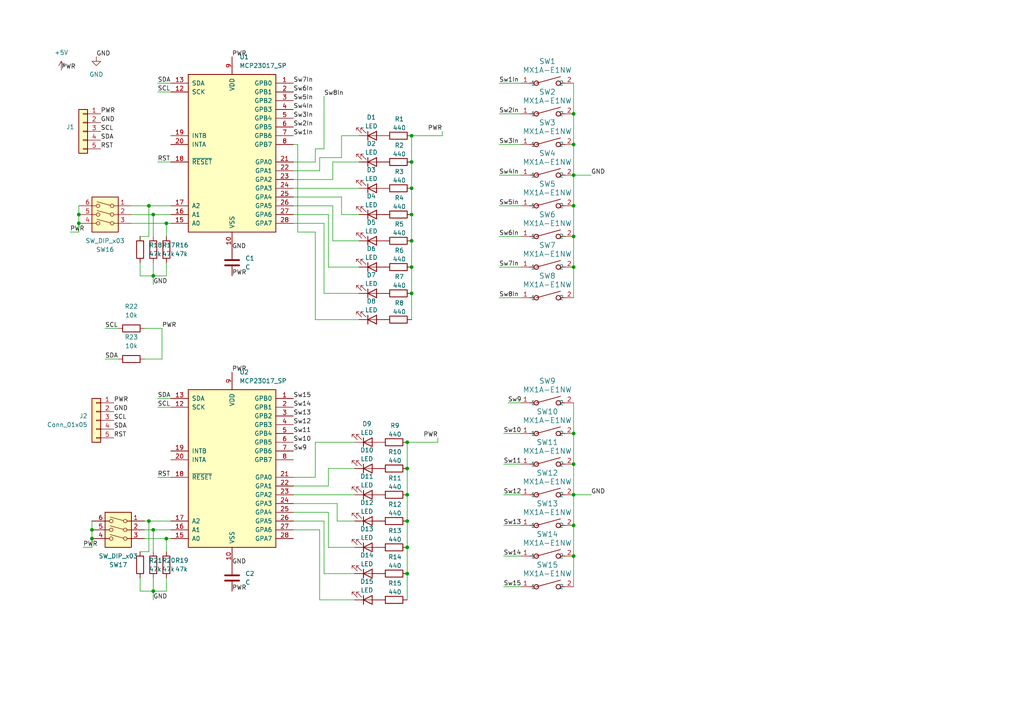
<source format=kicad_sch>
(kicad_sch (version 20250114) (generator "eeschema") (generator_version "9.0")
  (paper "A4")
  (lib_symbols
    (symbol "2025-11-28_07-55-47:MX1A-E1NW" (pin_names (offset 0.254))
      (property "Reference" "SW" (at 7.62 3.81 0))
      (property "Value" "MX1A-E1NW" (at 0 0 0))
      (symbol "MX1A-E1NW_0_1"
        (polyline (pts (xy 2.54 0) (xy 3.81 0)) (stroke (width 0.2032)))
        (polyline (pts (xy 4.445 0) (xy 11.43 1.905)) (stroke (width 0.2032)))
        (circle (center 4.445 0) (radius 0.635) (stroke (width 0.254)))
        (circle (center 10.795 0) (radius 0.635) (stroke (width 0.254)))
        (polyline (pts (xy 12.7 0) (xy 11.43 0)) (stroke (width 0.2032)))
        (pin unspecified line (at 0 0 0) (length 2.54) (name "1") (number "1"))
        (pin unspecified line (at 15.24 0 180) (length 2.54) (name "2") (number "2"))
      )
    )
    (symbol "Connector_Generic:Conn_01x05" (pin_names (offset 1.016) (hide yes))
      (property "Reference" "J" (at 0 7.62 0))
      (property "Value" "Conn_01x05" (at 0 -7.62 0))
      (symbol "Conn_01x05_1_1"
        (rectangle (start -1.27 6.35) (end 1.27 -6.35) (stroke (width 0.254)) (fill (type background)))
        (rectangle (start -1.27 5.207) (end 0 4.953) (stroke (width 0.1524)))
        (rectangle (start -1.27 2.667) (end 0 2.413) (stroke (width 0.1524)))
        (rectangle (start -1.27 0.127) (end 0 -0.127) (stroke (width 0.1524)))
        (rectangle (start -1.27 -2.413) (end 0 -2.667) (stroke (width 0.1524)))
        (rectangle (start -1.27 -4.953) (end 0 -5.207) (stroke (width 0.1524)))
        (pin passive line (at -5.08 5.08 0) (length 3.81) (name "Pin_1") (number "1"))
        (pin passive line (at -5.08 2.54 0) (length 3.81) (name "Pin_2") (number "2"))
        (pin passive line (at -5.08 0 0) (length 3.81) (name "Pin_3") (number "3"))
        (pin passive line (at -5.08 -2.54 0) (length 3.81) (name "Pin_4") (number "4"))
        (pin passive line (at -5.08 -5.08 0) (length 3.81) (name "Pin_5") (number "5"))
      )
    )
    (symbol "Device:C" (pin_numbers (hide yes)) (pin_names (offset 0.254))
      (property "Reference" "C" (at 0.635 2.54 0))
      (property "Value" "C" (at 0.635 -2.54 0))
      (symbol "C_0_1"
        (polyline (pts (xy -2.032 0.762) (xy 2.032 0.762)) (stroke (width 0.508)))
        (polyline (pts (xy -2.032 -0.762) (xy 2.032 -0.762)) (stroke (width 0.508)))
      )
      (symbol "C_1_1"
        (pin passive line (at 0 3.81 270) (length 2.794) (name "~") (number "1"))
        (pin passive line (at 0 -3.81 90) (length 2.794) (name "~") (number "2"))
      )
    )
    (symbol "Device:LED" (pin_numbers (hide yes)) (pin_names (offset 1.016) (hide yes))
      (property "Reference" "D" (at 0 2.54 0))
      (property "Value" "LED" (at 0 -2.54 0))
      (symbol "LED_0_1"
        (polyline (pts (xy -3.048 -0.762) (xy -4.572 -2.286) (xy -3.81 -2.286) (xy -4.572 -2.286) (xy -4.572 -1.524)))
        (polyline (pts (xy -1.778 -0.762) (xy -3.302 -2.286) (xy -2.54 -2.286) (xy -3.302 -2.286) (xy -3.302 -1.524)))
        (polyline (pts (xy -1.27 0) (xy 1.27 0)))
        (polyline (pts (xy -1.27 -1.27) (xy -1.27 1.27)) (stroke (width 0.254)))
        (polyline (pts (xy 1.27 -1.27) (xy 1.27 1.27) (xy -1.27 0) (xy 1.27 -1.27)) (stroke (width 0.254)))
      )
      (symbol "LED_1_1"
        (pin passive line (at -3.81 0 0) (length 2.54) (name "K") (number "1"))
        (pin passive line (at 3.81 0 180) (length 2.54) (name "A") (number "2"))
      )
    )
    (symbol "Device:R" (pin_numbers (hide yes)) (pin_names (offset 0))
      (property "Reference" "R" (at 2.032 0 90))
      (property "Value" "R" (at 0 0 90))
      (symbol "R_0_1"
        (rectangle (start -1.016 -2.54) (end 1.016 2.54) (stroke (width 0.254)))
      )
      (symbol "R_1_1"
        (pin passive line (at 0 3.81 270) (length 1.27) (name "~") (number "1"))
        (pin passive line (at 0 -3.81 90) (length 1.27) (name "~") (number "2"))
      )
    )
    (symbol "Interface_Expansion:MCP23017_SP" (pin_names (offset 1.016))
      (property "Reference" "U" (at -11.43 24.13 0))
      (property "Value" "MCP23017_SP" (at 0 0 0))
      (symbol "MCP23017_SP_0_1"
        (rectangle (start -12.7 22.86) (end 12.7 -22.86) (stroke (width 0.254)) (fill (type background)))
      )
      (symbol "MCP23017_SP_1_1"
        (pin bidirectional line (at -17.78 20.32 0) (length 5.08) (name "SDA") (number "13"))
        (pin input line (at -17.78 17.78 0) (length 5.08) (name "SCK") (number "12"))
        (pin tri_state line (at -17.78 5.08 0) (length 5.08) (name "INTB") (number "19"))
        (pin tri_state line (at -17.78 2.54 0) (length 5.08) (name "INTA") (number "20"))
        (pin input line (at -17.78 -2.54 0) (length 5.08) (name "~{RESET}") (number "18"))
        (pin input line (at -17.78 -15.24 0) (length 5.08) (name "A2") (number "17"))
        (pin input line (at -17.78 -17.78 0) (length 5.08) (name "A1") (number "16"))
        (pin input line (at -17.78 -20.32 0) (length 5.08) (name "A0") (number "15"))
        (pin no_connect line (at -12.7 15.24 0) (length 5.08) (hide yes) (name "NC") (number "11"))
        (pin no_connect line (at -12.7 12.7 0) (length 5.08) (hide yes) (name "NC") (number "14"))
        (pin power_in line (at 0 27.94 270) (length 5.08) (name "VDD") (number "9"))
        (pin power_in line (at 0 -27.94 90) (length 5.08) (name "VSS") (number "10"))
        (pin bidirectional line (at 17.78 20.32 180) (length 5.08) (name "GPB0") (number "1"))
        (pin bidirectional line (at 17.78 17.78 180) (length 5.08) (name "GPB1") (number "2"))
        (pin bidirectional line (at 17.78 15.24 180) (length 5.08) (name "GPB2") (number "3"))
        (pin bidirectional line (at 17.78 12.7 180) (length 5.08) (name "GPB3") (number "4"))
        (pin bidirectional line (at 17.78 10.16 180) (length 5.08) (name "GPB4") (number "5"))
        (pin bidirectional line (at 17.78 7.62 180) (length 5.08) (name "GPB5") (number "6"))
        (pin bidirectional line (at 17.78 5.08 180) (length 5.08) (name "GPB6") (number "7"))
        (pin output line (at 17.78 2.54 180) (length 5.08) (name "GPB7") (number "8"))
        (pin bidirectional line (at 17.78 -2.54 180) (length 5.08) (name "GPA0") (number "21"))
        (pin bidirectional line (at 17.78 -5.08 180) (length 5.08) (name "GPA1") (number "22"))
        (pin bidirectional line (at 17.78 -7.62 180) (length 5.08) (name "GPA2") (number "23"))
        (pin bidirectional line (at 17.78 -10.16 180) (length 5.08) (name "GPA3") (number "24"))
        (pin bidirectional line (at 17.78 -12.7 180) (length 5.08) (name "GPA4") (number "25"))
        (pin bidirectional line (at 17.78 -15.24 180) (length 5.08) (name "GPA5") (number "26"))
        (pin bidirectional line (at 17.78 -17.78 180) (length 5.08) (name "GPA6") (number "27"))
        (pin output line (at 17.78 -20.32 180) (length 5.08) (name "GPA7") (number "28"))
      )
    )
    (symbol "Switch:SW_DIP_x03" (pin_names (offset 0) (hide yes))
      (property "Reference" "SW" (at 0 6.35 0))
      (property "Value" "SW_DIP_x03" (at 0 -6.35 0))
      (symbol "SW_DIP_x03_0_0"
        (circle (center -2.032 2.54) (radius 0.508))
        (circle (center -2.032 0) (radius 0.508))
        (circle (center -2.032 -2.54) (radius 0.508))
        (polyline (pts (xy -1.524 2.667) (xy 2.3622 3.7084)))
        (polyline (pts (xy -1.524 0.127) (xy 2.3622 1.1684)))
        (polyline (pts (xy -1.524 -2.413) (xy 2.3622 -1.3716)))
        (circle (center 2.032 2.54) (radius 0.508))
        (circle (center 2.032 0) (radius 0.508))
        (circle (center 2.032 -2.54) (radius 0.508))
      )
      (symbol "SW_DIP_x03_0_1"
        (rectangle (start -3.81 5.08) (end 3.81 -5.08) (stroke (width 0.254)) (fill (type background)))
      )
      (symbol "SW_DIP_x03_1_1"
        (pin passive line (at -7.62 2.54 0) (length 5.08) (name "~") (number "1"))
        (pin passive line (at -7.62 0 0) (length 5.08) (name "~") (number "2"))
        (pin passive line (at -7.62 -2.54 0) (length 5.08) (name "~") (number "3"))
        (pin passive line (at 7.62 2.54 180) (length 5.08) (name "~") (number "6"))
        (pin passive line (at 7.62 0 180) (length 5.08) (name "~") (number "5"))
        (pin passive line (at 7.62 -2.54 180) (length 5.08) (name "~") (number "4"))
      )
    )
    (symbol "power:+5V" (power) (pin_numbers (hide yes)) (pin_names (offset 0) (hide yes))
      (property "Value" "+5V" (at 0 3.556 0))
      (symbol "+5V_0_1"
        (polyline (pts (xy -0.762 1.27) (xy 0 2.54)))
        (polyline (pts (xy 0 2.54) (xy 0.762 1.27)))
        (polyline (pts (xy 0 0) (xy 0 2.54)))
      )
      (symbol "+5V_1_1"
        (pin power_in line (at 0 0 90) (length 0) (name "~") (number "1"))
      )
    )
    (symbol "power:GND" (power) (pin_numbers (hide yes)) (pin_names (offset 0) (hide yes))
      (property "Value" "GND" (at 0 -3.81 0))
      (symbol "GND_0_1"
        (polyline (pts (xy 0 0) (xy 0 -1.27) (xy 1.27 -1.27) (xy 0 -2.54) (xy -1.27 -1.27) (xy 0 -1.27)))
      )
      (symbol "GND_1_1"
        (pin power_in line (at 0 0 270) (length 0) (name "~") (number "1"))
      )
    )
  )
  (junction (at 44.45 171.45))
  (junction (at 26.67 156.21))
  (junction (at 166.37 33.02))
  (junction (at 118.11 135.89))
  (junction (at 44.45 153.67))
  (junction (at 44.45 62.23))
  (junction (at 119.38 69.85))
  (junction (at 166.37 68.58))
  (junction (at 166.37 152.4))
  (junction (at 119.38 62.23))
  (junction (at 119.38 54.61))
  (junction (at 166.37 143.51))
  (junction (at 26.67 153.67))
  (junction (at 44.45 80.01))
  (junction (at 118.11 158.75))
  (junction (at 119.38 77.47))
  (junction (at 166.37 50.8))
  (junction (at 22.86 62.23))
  (junction (at 118.11 128.27))
  (junction (at 166.37 161.29))
  (junction (at 166.37 59.69))
  (junction (at 166.37 41.91))
  (junction (at 43.18 59.69))
  (junction (at 48.26 64.77))
  (junction (at 118.11 151.13))
  (junction (at 22.86 64.77))
  (junction (at 118.11 166.37))
  (junction (at 119.38 85.09))
  (junction (at 118.11 143.51))
  (junction (at 48.26 156.21))
  (junction (at 119.38 39.37))
  (junction (at 43.18 151.13))
  (junction (at 166.37 134.62))
  (junction (at 166.37 77.47))
  (junction (at 119.38 46.99))
  (junction (at 166.37 125.73))
  (wire (pts (xy 96.52 69.85) (xy 104.14 69.85)))
  (wire (pts (xy 96.52 59.69) (xy 96.52 69.85)))
  (wire (pts (xy 40.64 76.2) (xy 40.64 80.01)))
  (wire (pts (xy 144.78 86.36) (xy 151.13 86.36)))
  (wire (pts (xy 93.98 85.09) (xy 104.14 85.09)))
  (wire (pts (xy 85.09 153.67) (xy 92.71 153.67)))
  (wire (pts (xy 144.78 24.13) (xy 151.13 24.13)))
  (wire (pts (xy 49.53 156.21) (xy 48.26 156.21)))
  (wire (pts (xy 166.37 116.84) (xy 166.37 125.73)))
  (wire (pts (xy 44.45 153.67) (xy 44.45 160.02)))
  (wire (pts (xy 118.11 151.13) (xy 118.11 158.75)))
  (wire (pts (xy 85.09 41.91) (xy 86.36 41.91)))
  (wire (pts (xy 95.25 62.23) (xy 95.25 77.47)))
  (wire (pts (xy 144.78 68.58) (xy 151.13 68.58)))
  (wire (pts (xy 119.38 54.61) (xy 119.38 62.23)))
  (wire (pts (xy 119.38 46.99) (xy 119.38 54.61)))
  (wire (pts (xy 146.05 134.62) (xy 151.13 134.62)))
  (wire (pts (xy 166.37 50.8) (xy 166.37 59.69)))
  (wire (pts (xy 118.11 158.75) (xy 118.11 166.37)))
  (wire (pts (xy 95.25 140.97) (xy 95.25 135.89)))
  (wire (pts (xy 46.99 95.25) (xy 46.99 104.14)))
  (wire (pts (xy 45.72 24.13) (xy 49.53 24.13)))
  (wire (pts (xy 119.38 77.47) (xy 119.38 85.09)))
  (wire (pts (xy 43.18 68.58) (xy 40.64 68.58)))
  (wire (pts (xy 91.44 128.27) (xy 102.87 128.27)))
  (wire (pts (xy 146.05 152.4) (xy 151.13 152.4)))
  (wire (pts (xy 46.99 104.14) (xy 41.91 104.14)))
  (wire (pts (xy 85.09 138.43) (xy 91.44 138.43)))
  (wire (pts (xy 85.09 151.13) (xy 93.98 151.13)))
  (wire (pts (xy 45.72 118.11) (xy 49.53 118.11)))
  (wire (pts (xy 144.78 33.02) (xy 151.13 33.02)))
  (wire (pts (xy 99.06 45.72) (xy 92.71 45.72)))
  (wire (pts (xy 119.38 85.09) (xy 119.38 92.71)))
  (wire (pts (xy 26.67 153.67) (xy 26.67 151.13)))
  (wire (pts (xy 95.25 158.75) (xy 102.87 158.75)))
  (wire (pts (xy 127 127) (xy 127 128.27)))
  (wire (pts (xy 166.37 77.47) (xy 166.37 86.36)))
  (wire (pts (xy 22.86 67.31) (xy 22.86 64.77)))
  (wire (pts (xy 93.98 151.13) (xy 93.98 166.37)))
  (wire (pts (xy 86.36 67.31) (xy 91.44 67.31)))
  (wire (pts (xy 93.98 64.77) (xy 93.98 85.09)))
  (wire (pts (xy 166.37 33.02) (xy 166.37 41.91)))
  (wire (pts (xy 144.78 77.47) (xy 151.13 77.47)))
  (wire (pts (xy 92.71 45.72) (xy 92.71 49.53)))
  (wire (pts (xy 104.14 39.37) (xy 99.06 39.37)))
  (wire (pts (xy 166.37 50.8) (xy 171.45 50.8)))
  (wire (pts (xy 85.09 52.07) (xy 96.52 52.07)))
  (wire (pts (xy 49.53 64.77) (xy 48.26 64.77)))
  (wire (pts (xy 144.78 41.91) (xy 151.13 41.91)))
  (wire (pts (xy 49.53 153.67) (xy 44.45 153.67)))
  (wire (pts (xy 166.37 125.73) (xy 166.37 134.62)))
  (wire (pts (xy 99.06 39.37) (xy 99.06 45.72)))
  (wire (pts (xy 144.78 59.69) (xy 151.13 59.69)))
  (wire (pts (xy 45.72 26.67) (xy 49.53 26.67)))
  (wire (pts (xy 166.37 143.51) (xy 166.37 152.4)))
  (wire (pts (xy 119.38 39.37) (xy 119.38 46.99)))
  (wire (pts (xy 48.26 167.64) (xy 48.26 171.45)))
  (wire (pts (xy 146.05 125.73) (xy 151.13 125.73)))
  (wire (pts (xy 49.53 59.69) (xy 43.18 59.69)))
  (wire (pts (xy 96.52 52.07) (xy 96.52 46.99)))
  (wire (pts (xy 99.06 62.23) (xy 104.14 62.23)))
  (wire (pts (xy 147.32 116.84) (xy 151.13 116.84)))
  (wire (pts (xy 91.44 43.18) (xy 93.98 43.18)))
  (wire (pts (xy 166.37 161.29) (xy 166.37 170.18)))
  (wire (pts (xy 45.72 46.99) (xy 49.53 46.99)))
  (wire (pts (xy 41.91 151.13) (xy 43.18 151.13)))
  (wire (pts (xy 38.1 59.69) (xy 43.18 59.69)))
  (wire (pts (xy 30.48 104.14) (xy 34.29 104.14)))
  (wire (pts (xy 95.25 148.59) (xy 95.25 158.75)))
  (wire (pts (xy 38.1 64.77) (xy 48.26 64.77)))
  (wire (pts (xy 93.98 166.37) (xy 102.87 166.37)))
  (wire (pts (xy 146.05 170.18) (xy 151.13 170.18)))
  (wire (pts (xy 44.45 62.23) (xy 44.45 68.58)))
  (wire (pts (xy 119.38 69.85) (xy 119.38 77.47)))
  (wire (pts (xy 144.78 50.8) (xy 151.13 50.8)))
  (wire (pts (xy 44.45 76.2) (xy 44.45 80.01)))
  (wire (pts (xy 85.09 140.97) (xy 95.25 140.97)))
  (wire (pts (xy 166.37 41.91) (xy 166.37 50.8)))
  (wire (pts (xy 95.25 135.89) (xy 102.87 135.89)))
  (wire (pts (xy 92.71 173.99) (xy 102.87 173.99)))
  (wire (pts (xy 20.32 67.31) (xy 22.86 67.31)))
  (wire (pts (xy 146.05 161.29) (xy 151.13 161.29)))
  (wire (pts (xy 43.18 59.69) (xy 43.18 68.58)))
  (wire (pts (xy 91.44 67.31) (xy 91.44 92.71)))
  (wire (pts (xy 48.26 80.01) (xy 44.45 80.01)))
  (wire (pts (xy 44.45 171.45) (xy 48.26 171.45)))
  (wire (pts (xy 85.09 148.59) (xy 95.25 148.59)))
  (wire (pts (xy 85.09 49.53) (xy 92.71 49.53)))
  (wire (pts (xy 22.86 64.77) (xy 22.86 62.23)))
  (wire (pts (xy 97.79 146.05) (xy 97.79 151.13)))
  (wire (pts (xy 91.44 46.99) (xy 91.44 43.18)))
  (wire (pts (xy 128.27 38.1) (xy 128.27 39.37)))
  (wire (pts (xy 40.64 171.45) (xy 44.45 171.45)))
  (wire (pts (xy 96.52 46.99) (xy 104.14 46.99)))
  (wire (pts (xy 22.86 62.23) (xy 22.86 59.69)))
  (wire (pts (xy 85.09 64.77) (xy 93.98 64.77)))
  (wire (pts (xy 40.64 167.64) (xy 40.64 171.45)))
  (wire (pts (xy 97.79 151.13) (xy 102.87 151.13)))
  (wire (pts (xy 118.11 135.89) (xy 118.11 143.51)))
  (wire (pts (xy 118.11 143.51) (xy 118.11 151.13)))
  (wire (pts (xy 85.09 46.99) (xy 91.44 46.99)))
  (wire (pts (xy 24.13 158.75) (xy 26.67 158.75)))
  (wire (pts (xy 166.37 68.58) (xy 166.37 77.47)))
  (wire (pts (xy 45.72 115.57) (xy 49.53 115.57)))
  (wire (pts (xy 91.44 92.71) (xy 104.14 92.71)))
  (wire (pts (xy 44.45 167.64) (xy 44.45 171.45)))
  (wire (pts (xy 41.91 153.67) (xy 44.45 153.67)))
  (wire (pts (xy 85.09 57.15) (xy 99.06 57.15)))
  (wire (pts (xy 38.1 62.23) (xy 44.45 62.23)))
  (wire (pts (xy 43.18 151.13) (xy 43.18 160.02)))
  (wire (pts (xy 119.38 62.23) (xy 119.38 69.85)))
  (wire (pts (xy 166.37 59.69) (xy 166.37 68.58)))
  (wire (pts (xy 166.37 152.4) (xy 166.37 161.29)))
  (wire (pts (xy 85.09 146.05) (xy 97.79 146.05)))
  (wire (pts (xy 48.26 76.2) (xy 48.26 80.01)))
  (wire (pts (xy 26.67 158.75) (xy 26.67 156.21)))
  (wire (pts (xy 166.37 134.62) (xy 166.37 143.51)))
  (wire (pts (xy 30.48 95.25) (xy 34.29 95.25)))
  (wire (pts (xy 128.27 39.37) (xy 119.38 39.37)))
  (wire (pts (xy 95.25 77.47) (xy 104.14 77.47)))
  (wire (pts (xy 93.98 43.18) (xy 93.98 27.94)))
  (wire (pts (xy 92.71 153.67) (xy 92.71 173.99)))
  (wire (pts (xy 118.11 166.37) (xy 118.11 173.99)))
  (wire (pts (xy 48.26 156.21) (xy 48.26 160.02)))
  (wire (pts (xy 48.26 64.77) (xy 48.26 68.58)))
  (wire (pts (xy 146.05 143.51) (xy 151.13 143.51)))
  (wire (pts (xy 85.09 54.61) (xy 104.14 54.61)))
  (wire (pts (xy 99.06 57.15) (xy 99.06 62.23)))
  (wire (pts (xy 41.91 156.21) (xy 48.26 156.21)))
  (wire (pts (xy 127 128.27) (xy 118.11 128.27)))
  (wire (pts (xy 91.44 138.43) (xy 91.44 128.27)))
  (wire (pts (xy 43.18 160.02) (xy 40.64 160.02)))
  (wire (pts (xy 26.67 156.21) (xy 26.67 153.67)))
  (wire (pts (xy 86.36 41.91) (xy 86.36 67.31)))
  (wire (pts (xy 118.11 128.27) (xy 118.11 135.89)))
  (wire (pts (xy 41.91 95.25) (xy 46.99 95.25)))
  (wire (pts (xy 40.64 80.01) (xy 44.45 80.01)))
  (wire (pts (xy 49.53 151.13) (xy 43.18 151.13)))
  (wire (pts (xy 44.45 171.45) (xy 44.45 173.99)))
  (wire (pts (xy 85.09 59.69) (xy 96.52 59.69)))
  (wire (pts (xy 85.09 62.23) (xy 95.25 62.23)))
  (wire (pts (xy 49.53 62.23) (xy 44.45 62.23)))
  (wire (pts (xy 45.72 138.43) (xy 49.53 138.43)))
  (wire (pts (xy 85.09 143.51) (xy 102.87 143.51)))
  (wire (pts (xy 166.37 143.51) (xy 171.45 143.51)))
  (wire (pts (xy 166.37 24.13) (xy 166.37 33.02)))
  (wire (pts (xy 44.45 80.01) (xy 44.45 82.55)))
  (label "GND" (at 27.94 16.51 0))
  (label "SCL" (at 45.72 118.11 0))
  (label "Sw2In" (at 144.78 33.02 0))
  (label "GND" (at 33.02 119.38 0))
  (label "Sw6In" (at 85.09 26.67 0))
  (label "PWR" (at 67.31 107.95 0))
  (label "Sw10" (at 146.05 125.73 0))
  (label "Sw4In" (at 85.09 31.75 0))
  (label "Sw1In" (at 85.09 39.37 0))
  (label "RST" (at 29.21 43.18 0))
  (label "Sw12" (at 85.09 123.19 0))
  (label "SCL" (at 30.48 95.25 0))
  (label "PWR" (at 33.02 116.84 0))
  (label "Sw1In" (at 144.78 24.13 0))
  (label "Sw4In" (at 144.78 50.8 0))
  (label "Sw5In" (at 85.09 29.21 0))
  (label "PWR" (at 29.21 33.02 0))
  (label "Sw8In" (at 144.78 86.36 0))
  (label "GND" (at 29.21 35.56 0))
  (label "PWR" (at 67.31 80.01 0))
  (label "PWR" (at 24.13 158.75 0))
  (label "SDA" (at 45.72 115.57 0))
  (label "Sw9" (at 147.32 116.84 0))
  (label "Sw13" (at 85.09 120.65 0))
  (label "Sw14" (at 146.05 161.29 0))
  (label "SDA" (at 45.72 24.13 0))
  (label "Sw6In" (at 144.78 68.58 0))
  (label "Sw13" (at 146.05 152.4 0))
  (label "PWR" (at 127 127 180))
  (label "Sw2In" (at 85.09 36.83 0))
  (label "Sw8In" (at 93.98 27.94 0))
  (label "Sw15" (at 85.09 115.57 0))
  (label "PWR" (at 67.31 171.45 0))
  (label "SDA" (at 30.48 104.14 0))
  (label "Sw5In" (at 144.78 59.69 0))
  (label "RST" (at 45.72 46.99 0))
  (label "Sw9" (at 85.09 130.81 0))
  (label "Sw3In" (at 85.09 34.29 0))
  (label "Sw7In" (at 85.09 24.13 0))
  (label "SDA" (at 29.21 40.64 0))
  (label "RST" (at 45.72 138.43 0))
  (label "PWR" (at 46.99 95.25 0))
  (label "GND" (at 171.45 143.51 0))
  (label "PWR" (at 17.78 20.32 0))
  (label "SCL" (at 29.21 38.1 0))
  (label "GND" (at 67.31 72.39 0))
  (label "Sw7In" (at 144.78 77.47 0))
  (label "Sw14" (at 85.09 118.11 0))
  (label "SDA" (at 33.02 124.46 0))
  (label "Sw11" (at 146.05 134.62 0))
  (label "PWR" (at 67.31 16.51 0))
  (label "PWR" (at 128.27 38.1 180))
  (label "Sw15" (at 146.05 170.18 0))
  (label "SCL" (at 45.72 26.67 0))
  (label "Sw11" (at 85.09 125.73 0))
  (label "Sw3In" (at 144.78 41.91 0))
  (label "SCL" (at 33.02 121.92 0))
  (label "Sw10" (at 85.09 128.27 0))
  (label "GND" (at 171.45 50.8 0))
  (label "GND" (at 67.31 163.83 0))
  (label "Sw12" (at 146.05 143.51 0))
  (label "GND" (at 44.45 173.99 0))
  (label "GND" (at 44.45 82.55 0))
  (label "PWR" (at 20.32 67.31 0))
  (label "RST" (at 33.02 127 0))
  (symbol (lib_id "Device:R") (at 44.45 163.83 0) (unit 1)
    (property "Reference" "R20" (at 46.99 162.5599 0) (effects (justify left)))
    (property "Value" "47k" (at 46.99 165.0999 0) (effects (justify left)))
    (property "Footprint" "Resistor_THT:R_Axial_DIN0207_L6.3mm_D2.5mm_P7.62mm_Horizontal" (effects (hide yes)))
    (property "Description" "Resistor" (effects (hide yes)))
  )
  (symbol (lib_id "Device:R") (at 38.1 104.14 90) (unit 1)
    (property "Reference" "R23" (at 38.1 97.79 90))
    (property "Value" "10k" (at 38.1 100.33 90))
    (property "Footprint" "Resistor_THT:R_Axial_DIN0207_L6.3mm_D2.5mm_P7.62mm_Horizontal" (effects (hide yes)))
    (property "Description" "Resistor" (effects (hide yes)))
  )
  (symbol (lib_id "Device:LED") (at 107.95 69.85 0) (mirror x) (unit 1)
    (property "Reference" "D5" (at 107.696 64.516 0))
    (property "Value" "LED" (at 107.696 67.056 0))
    (property "Footprint" "LED_THT:LED_D5.0mm" (effects (hide yes)))
    (property "Description" "Light emitting diode" (effects (hide yes)))
    (property "Sim.Pins" "1=K 2=A" (effects (hide yes)))
  )
  (symbol (lib_id "Device:R") (at 44.45 72.39 0) (unit 1)
    (property "Reference" "R17" (at 46.99 71.1199 0) (effects (justify left)))
    (property "Value" "47k" (at 46.99 73.6599 0) (effects (justify left)))
    (property "Footprint" "Resistor_THT:R_Axial_DIN0207_L6.3mm_D2.5mm_P7.62mm_Horizontal" (effects (hide yes)))
    (property "Description" "Resistor" (effects (hide yes)))
  )
  (symbol (lib_id "Interface_Expansion:MCP23017_SP") (at 67.31 135.89 0) (unit 1)
    (property "Reference" "U2" (at 69.4533 107.95 0) (effects (justify left)))
    (property "Value" "MCP23017_SP" (at 69.4533 110.49 0) (effects (justify left)))
    (property "Footprint" "Package_DIP:DIP-28_W7.62mm" (effects (hide yes)))
    (property "Datasheet" "https://ww1.microchip.com/downloads/aemDocuments/documents/APID/ProductDocuments/DataSheets/MCP23017-Data-Sheet-DS20001952.pdf" (effects (hide yes)))
    (property "Description" "16-bit I/O expander, I2C, interrupts, w pull-ups, SPDIP-28" (effects (hide yes)))
  )
  (symbol (lib_id "Device:R") (at 38.1 95.25 90) (unit 1)
    (property "Reference" "R22" (at 38.1 88.9 90))
    (property "Value" "10k" (at 38.1 91.44 90))
    (property "Footprint" "Resistor_THT:R_Axial_DIN0207_L6.3mm_D2.5mm_P7.62mm_Horizontal" (effects (hide yes)))
    (property "Description" "Resistor" (effects (hide yes)))
  )
  (symbol (lib_id "power:GND") (at 27.94 16.51 0) (mirror y) (unit 1)
    (property "Reference" "#PWR02" (effects (hide yes)))
    (property "Value" "GND" (at 27.94 21.59 0))
    (property "Description" "Power symbol creates a global label with name \"GND\" , ground" (effects (hide yes)))
  )
  (symbol (lib_id "Device:R") (at 114.3 158.75 270) (mirror x) (unit 1)
    (property "Reference" "R13" (at 114.554 153.924 90))
    (property "Value" "440" (at 114.554 156.464 90))
    (property "Footprint" "Resistor_THT:R_Axial_DIN0207_L6.3mm_D2.5mm_P7.62mm_Horizontal" (effects (hide yes)))
    (property "Description" "Resistor" (effects (hide yes)))
  )
  (symbol (lib_id "Device:R") (at 114.3 135.89 270) (mirror x) (unit 1)
    (property "Reference" "R10" (at 114.554 131.064 90))
    (property "Value" "440" (at 114.554 133.604 90))
    (property "Footprint" "Resistor_THT:R_Axial_DIN0207_L6.3mm_D2.5mm_P7.62mm_Horizontal" (effects (hide yes)))
    (property "Description" "Resistor" (effects (hide yes)))
  )
  (symbol (lib_id "2025-11-28_07-55-47:MX1A-E1NW") (at 151.13 152.4 0) (unit 1)
    (property "Reference" "SW13" (at 158.75 146.05 0) (effects (font (size 1.524 1.524))))
    (property "Value" "MX1A-E1NW" (at 158.75 148.59 0) (effects (font (size 1.524 1.524))))
    (property "Footprint" "Button_Switch_Keyboard:SW_Cherry_MX_1.00u_PCB" (effects (hide yes)))
    (property "Datasheet" "MX1A-E1NW" (effects (hide yes)))
  )
  (symbol (lib_id "Device:LED") (at 106.68 128.27 0) (mirror x) (unit 1)
    (property "Reference" "D9" (at 106.426 122.936 0))
    (property "Value" "LED" (at 106.426 125.476 0))
    (property "Footprint" "LED_THT:LED_D5.0mm" (effects (hide yes)))
    (property "Description" "Light emitting diode" (effects (hide yes)))
    (property "Sim.Pins" "1=K 2=A" (effects (hide yes)))
  )
  (symbol (lib_id "Device:R") (at 114.3 143.51 270) (mirror x) (unit 1)
    (property "Reference" "R11" (at 114.554 138.684 90))
    (property "Value" "440" (at 114.554 141.224 90))
    (property "Footprint" "Resistor_THT:R_Axial_DIN0207_L6.3mm_D2.5mm_P7.62mm_Horizontal" (effects (hide yes)))
    (property "Description" "Resistor" (effects (hide yes)))
  )
  (symbol (lib_id "Device:R") (at 115.57 46.99 270) (mirror x) (unit 1)
    (property "Reference" "R2" (at 115.824 42.164 90))
    (property "Value" "440" (at 115.824 44.704 90))
    (property "Footprint" "Resistor_THT:R_Axial_DIN0207_L6.3mm_D2.5mm_P7.62mm_Horizontal" (effects (hide yes)))
    (property "Description" "Resistor" (effects (hide yes)))
  )
  (symbol (lib_id "Device:R") (at 114.3 151.13 270) (mirror x) (unit 1)
    (property "Reference" "R12" (at 114.554 146.304 90))
    (property "Value" "440" (at 114.554 148.844 90))
    (property "Footprint" "Resistor_THT:R_Axial_DIN0207_L6.3mm_D2.5mm_P7.62mm_Horizontal" (effects (hide yes)))
    (property "Description" "Resistor" (effects (hide yes)))
  )
  (symbol (lib_id "2025-11-28_07-55-47:MX1A-E1NW") (at 151.13 41.91 0) (unit 1)
    (property "Reference" "SW3" (at 158.75 35.56 0) (effects (font (size 1.524 1.524))))
    (property "Value" "MX1A-E1NW" (at 158.75 38.1 0) (effects (font (size 1.524 1.524))))
    (property "Footprint" "Button_Switch_Keyboard:SW_Cherry_MX_1.00u_PCB" (effects (hide yes)))
    (property "Datasheet" "MX1A-E1NW" (effects (hide yes)))
  )
  (symbol (lib_id "Switch:SW_DIP_x03") (at 34.29 153.67 0) (mirror y) (unit 1)
    (property "Reference" "SW17" (at 34.29 163.83 0))
    (property "Value" "SW_DIP_x03" (at 34.29 161.29 0))
    (property "Footprint" "Button_Switch_THT:SW_DIP_SPSTx03_Slide_9.78x9.8mm_W7.62mm_P2.54mm" (effects (hide yes)))
    (property "Description" "3x DIP Switch, Single Pole Single Throw (SPST) switch, small symbol" (effects (hide yes)))
  )
  (symbol (lib_id "Device:LED") (at 106.68 143.51 0) (mirror x) (unit 1)
    (property "Reference" "D11" (at 106.426 138.176 0))
    (property "Value" "LED" (at 106.426 140.716 0))
    (property "Footprint" "LED_THT:LED_D5.0mm" (effects (hide yes)))
    (property "Description" "Light emitting diode" (effects (hide yes)))
    (property "Sim.Pins" "1=K 2=A" (effects (hide yes)))
  )
  (symbol (lib_id "Device:LED") (at 107.95 92.71 0) (mirror x) (unit 1)
    (property "Reference" "D8" (at 107.696 87.376 0))
    (property "Value" "LED" (at 107.696 89.916 0))
    (property "Footprint" "LED_THT:LED_D5.0mm" (effects (hide yes)))
    (property "Description" "Light emitting diode" (effects (hide yes)))
    (property "Sim.Pins" "1=K 2=A" (effects (hide yes)))
  )
  (symbol (lib_id "Device:R") (at 48.26 163.83 0) (unit 1)
    (property "Reference" "R19" (at 50.8 162.5599 0) (effects (justify left)))
    (property "Value" "47k" (at 50.8 165.0999 0) (effects (justify left)))
    (property "Footprint" "Resistor_THT:R_Axial_DIN0207_L6.3mm_D2.5mm_P7.62mm_Horizontal" (effects (hide yes)))
    (property "Description" "Resistor" (effects (hide yes)))
  )
  (symbol (lib_id "Device:R") (at 115.57 69.85 270) (mirror x) (unit 1)
    (property "Reference" "R5" (at 115.824 65.024 90))
    (property "Value" "440" (at 115.824 67.564 90))
    (property "Footprint" "Resistor_THT:R_Axial_DIN0207_L6.3mm_D2.5mm_P7.62mm_Horizontal" (effects (hide yes)))
    (property "Description" "Resistor" (effects (hide yes)))
  )
  (symbol (lib_id "Device:R") (at 115.57 85.09 270) (mirror x) (unit 1)
    (property "Reference" "R7" (at 115.824 80.264 90))
    (property "Value" "440" (at 115.824 82.804 90))
    (property "Footprint" "Resistor_THT:R_Axial_DIN0207_L6.3mm_D2.5mm_P7.62mm_Horizontal" (effects (hide yes)))
    (property "Description" "Resistor" (effects (hide yes)))
  )
  (symbol (lib_id "2025-11-28_07-55-47:MX1A-E1NW") (at 151.13 50.8 0) (unit 1)
    (property "Reference" "SW4" (at 158.75 44.45 0) (effects (font (size 1.524 1.524))))
    (property "Value" "MX1A-E1NW" (at 158.75 46.99 0) (effects (font (size 1.524 1.524))))
    (property "Footprint" "Button_Switch_Keyboard:SW_Cherry_MX_1.00u_PCB" (effects (hide yes)))
    (property "Datasheet" "MX1A-E1NW" (effects (hide yes)))
  )
  (symbol (lib_id "Device:R") (at 115.57 77.47 270) (mirror x) (unit 1)
    (property "Reference" "R6" (at 115.824 72.644 90))
    (property "Value" "440" (at 115.824 75.184 90))
    (property "Footprint" "Resistor_THT:R_Axial_DIN0207_L6.3mm_D2.5mm_P7.62mm_Horizontal" (effects (hide yes)))
    (property "Description" "Resistor" (effects (hide yes)))
  )
  (symbol (lib_id "Device:LED") (at 107.95 85.09 0) (mirror x) (unit 1)
    (property "Reference" "D7" (at 107.696 79.756 0))
    (property "Value" "LED" (at 107.696 82.296 0))
    (property "Footprint" "LED_THT:LED_D5.0mm" (effects (hide yes)))
    (property "Description" "Light emitting diode" (effects (hide yes)))
    (property "Sim.Pins" "1=K 2=A" (effects (hide yes)))
  )
  (symbol (lib_id "Device:LED") (at 106.68 158.75 0) (mirror x) (unit 1)
    (property "Reference" "D13" (at 106.426 153.416 0))
    (property "Value" "LED" (at 106.426 155.956 0))
    (property "Footprint" "LED_THT:LED_D5.0mm" (effects (hide yes)))
    (property "Description" "Light emitting diode" (effects (hide yes)))
    (property "Sim.Pins" "1=K 2=A" (effects (hide yes)))
  )
  (symbol (lib_id "Device:LED") (at 106.68 166.37 0) (mirror x) (unit 1)
    (property "Reference" "D14" (at 106.426 161.036 0))
    (property "Value" "LED" (at 106.426 163.576 0))
    (property "Footprint" "LED_THT:LED_D5.0mm" (effects (hide yes)))
    (property "Description" "Light emitting diode" (effects (hide yes)))
    (property "Sim.Pins" "1=K 2=A" (effects (hide yes)))
  )
  (symbol (lib_id "Connector_Generic:Conn_01x05") (at 27.94 121.92 0) (mirror y) (unit 1)
    (property "Reference" "J2" (at 25.4 120.6499 0) (effects (justify left)))
    (property "Value" "Conn_01x05" (at 25.4 123.1899 0) (effects (justify left)))
    (property "Footprint" "Connector_JST:JST_XH_B5B-XH-A_1x05_P2.50mm_Vertical" (effects (hide yes)))
    (property "Description" "Generic connector, single row, 01x05, script generated (kicad-library-utils/schlib/autogen/connector/)" (effects (hide yes)))
  )
  (symbol (lib_id "Device:LED") (at 106.68 151.13 0) (mirror x) (unit 1)
    (property "Reference" "D12" (at 106.426 145.796 0))
    (property "Value" "LED" (at 106.426 148.336 0))
    (property "Footprint" "LED_THT:LED_D5.0mm" (effects (hide yes)))
    (property "Description" "Light emitting diode" (effects (hide yes)))
    (property "Sim.Pins" "1=K 2=A" (effects (hide yes)))
  )
  (symbol (lib_id "Device:R") (at 40.64 72.39 0) (unit 1)
    (property "Reference" "R18" (at 43.18 71.1199 0) (effects (justify left)))
    (property "Value" "47k" (at 43.18 73.6599 0) (effects (justify left)))
    (property "Footprint" "Resistor_THT:R_Axial_DIN0207_L6.3mm_D2.5mm_P7.62mm_Horizontal" (effects (hide yes)))
    (property "Description" "Resistor" (effects (hide yes)))
  )
  (symbol (lib_id "Device:C") (at 67.31 167.64 0) (unit 1)
    (property "Reference" "C2" (at 71.12 166.3699 0) (effects (justify left)))
    (property "Value" "C" (at 71.12 168.9099 0) (effects (justify left)))
    (property "Footprint" "footprints:CAPRR508W50L508T317H508" (effects (hide yes)))
    (property "Description" "Unpolarized capacitor" (effects (hide yes)))
  )
  (symbol (lib_id "Device:LED") (at 107.95 46.99 0) (mirror x) (unit 1)
    (property "Reference" "D2" (at 107.696 41.656 0))
    (property "Value" "LED" (at 107.696 44.196 0))
    (property "Footprint" "LED_THT:LED_D5.0mm" (effects (hide yes)))
    (property "Description" "Light emitting diode" (effects (hide yes)))
    (property "Sim.Pins" "1=K 2=A" (effects (hide yes)))
  )
  (symbol (lib_id "2025-11-28_07-55-47:MX1A-E1NW") (at 151.13 59.69 0) (unit 1)
    (property "Reference" "SW5" (at 158.75 53.34 0) (effects (font (size 1.524 1.524))))
    (property "Value" "MX1A-E1NW" (at 158.75 55.88 0) (effects (font (size 1.524 1.524))))
    (property "Footprint" "Button_Switch_Keyboard:SW_Cherry_MX_1.00u_PCB" (effects (hide yes)))
    (property "Datasheet" "MX1A-E1NW" (effects (hide yes)))
  )
  (symbol (lib_id "2025-11-28_07-55-47:MX1A-E1NW") (at 151.13 170.18 0) (unit 1)
    (property "Reference" "SW15" (at 158.75 163.83 0) (effects (font (size 1.524 1.524))))
    (property "Value" "MX1A-E1NW" (at 158.75 166.37 0) (effects (font (size 1.524 1.524))))
    (property "Footprint" "Button_Switch_Keyboard:SW_Cherry_MX_1.00u_PCB" (effects (hide yes)))
    (property "Datasheet" "MX1A-E1NW" (effects (hide yes)))
  )
  (symbol (lib_id "power:+5V") (at 17.78 20.32 0) (unit 1)
    (property "Reference" "#PWR01" (effects (hide yes)))
    (property "Value" "+5V" (at 17.78 15.24 0))
    (property "Description" "Power symbol creates a global label with name \"+5V\"" (effects (hide yes)))
  )
  (symbol (lib_id "Device:R") (at 114.3 166.37 270) (mirror x) (unit 1)
    (property "Reference" "R14" (at 114.554 161.544 90))
    (property "Value" "440" (at 114.554 164.084 90))
    (property "Footprint" "Resistor_THT:R_Axial_DIN0207_L6.3mm_D2.5mm_P7.62mm_Horizontal" (effects (hide yes)))
    (property "Description" "Resistor" (effects (hide yes)))
  )
  (symbol (lib_id "Device:LED") (at 107.95 62.23 0) (mirror x) (unit 1)
    (property "Reference" "D4" (at 107.696 56.896 0))
    (property "Value" "LED" (at 107.696 59.436 0))
    (property "Footprint" "LED_THT:LED_D5.0mm" (effects (hide yes)))
    (property "Description" "Light emitting diode" (effects (hide yes)))
    (property "Sim.Pins" "1=K 2=A" (effects (hide yes)))
  )
  (symbol (lib_id "Device:LED") (at 107.95 77.47 0) (mirror x) (unit 1)
    (property "Reference" "D6" (at 107.696 72.136 0))
    (property "Value" "LED" (at 107.696 74.676 0))
    (property "Footprint" "LED_THT:LED_D5.0mm" (effects (hide yes)))
    (property "Description" "Light emitting diode" (effects (hide yes)))
    (property "Sim.Pins" "1=K 2=A" (effects (hide yes)))
  )
  (symbol (lib_id "2025-11-28_07-55-47:MX1A-E1NW") (at 151.13 134.62 0) (unit 1)
    (property "Reference" "SW11" (at 158.75 128.27 0) (effects (font (size 1.524 1.524))))
    (property "Value" "MX1A-E1NW" (at 158.75 130.81 0) (effects (font (size 1.524 1.524))))
    (property "Footprint" "Button_Switch_Keyboard:SW_Cherry_MX_1.00u_PCB" (effects (hide yes)))
    (property "Datasheet" "MX1A-E1NW" (effects (hide yes)))
  )
  (symbol (lib_id "2025-11-28_07-55-47:MX1A-E1NW") (at 151.13 161.29 0) (unit 1)
    (property "Reference" "SW14" (at 158.75 154.94 0) (effects (font (size 1.524 1.524))))
    (property "Value" "MX1A-E1NW" (at 158.75 157.48 0) (effects (font (size 1.524 1.524))))
    (property "Footprint" "Button_Switch_Keyboard:SW_Cherry_MX_1.00u_PCB" (effects (hide yes)))
    (property "Datasheet" "MX1A-E1NW" (effects (hide yes)))
  )
  (symbol (lib_id "Device:R") (at 114.3 173.99 270) (mirror x) (unit 1)
    (property "Reference" "R15" (at 114.554 169.164 90))
    (property "Value" "440" (at 114.554 171.704 90))
    (property "Footprint" "Resistor_THT:R_Axial_DIN0207_L6.3mm_D2.5mm_P7.62mm_Horizontal" (effects (hide yes)))
    (property "Description" "Resistor" (effects (hide yes)))
  )
  (symbol (lib_id "Device:LED") (at 106.68 135.89 0) (mirror x) (unit 1)
    (property "Reference" "D10" (at 106.426 130.556 0))
    (property "Value" "LED" (at 106.426 133.096 0))
    (property "Footprint" "LED_THT:LED_D5.0mm" (effects (hide yes)))
    (property "Description" "Light emitting diode" (effects (hide yes)))
    (property "Sim.Pins" "1=K 2=A" (effects (hide yes)))
  )
  (symbol (lib_id "2025-11-28_07-55-47:MX1A-E1NW") (at 151.13 33.02 0) (unit 1)
    (property "Reference" "SW2" (at 158.75 26.67 0) (effects (font (size 1.524 1.524))))
    (property "Value" "MX1A-E1NW" (at 158.75 29.21 0) (effects (font (size 1.524 1.524))))
    (property "Footprint" "Button_Switch_Keyboard:SW_Cherry_MX_1.00u_PCB" (effects (hide yes)))
    (property "Datasheet" "MX1A-E1NW" (effects (hide yes)))
  )
  (symbol (lib_id "Device:R") (at 48.26 72.39 0) (unit 1)
    (property "Reference" "R16" (at 50.8 71.1199 0) (effects (justify left)))
    (property "Value" "47k" (at 50.8 73.6599 0) (effects (justify left)))
    (property "Footprint" "Resistor_THT:R_Axial_DIN0207_L6.3mm_D2.5mm_P7.62mm_Horizontal" (effects (hide yes)))
    (property "Description" "Resistor" (effects (hide yes)))
  )
  (symbol (lib_id "Device:C") (at 67.31 76.2 0) (unit 1)
    (property "Reference" "C1" (at 71.12 74.9299 0) (effects (justify left)))
    (property "Value" "C" (at 71.12 77.4699 0) (effects (justify left)))
    (property "Footprint" "footprints:CAPRR508W50L508T317H508" (effects (hide yes)))
    (property "Description" "Unpolarized capacitor" (effects (hide yes)))
  )
  (symbol (lib_id "2025-11-28_07-55-47:MX1A-E1NW") (at 151.13 77.47 0) (unit 1)
    (property "Reference" "SW7" (at 158.75 71.12 0) (effects (font (size 1.524 1.524))))
    (property "Value" "MX1A-E1NW" (at 158.75 73.66 0) (effects (font (size 1.524 1.524))))
    (property "Footprint" "Button_Switch_Keyboard:SW_Cherry_MX_1.00u_PCB" (effects (hide yes)))
    (property "Datasheet" "MX1A-E1NW" (effects (hide yes)))
  )
  (symbol (lib_id "Device:LED") (at 107.95 54.61 0) (mirror x) (unit 1)
    (property "Reference" "D3" (at 107.696 49.276 0))
    (property "Value" "LED" (at 107.696 51.816 0))
    (property "Footprint" "LED_THT:LED_D5.0mm" (effects (hide yes)))
    (property "Description" "Light emitting diode" (effects (hide yes)))
    (property "Sim.Pins" "1=K 2=A" (effects (hide yes)))
  )
  (symbol (lib_id "2025-11-28_07-55-47:MX1A-E1NW") (at 151.13 86.36 0) (unit 1)
    (property "Reference" "SW8" (at 158.75 80.01 0) (effects (font (size 1.524 1.524))))
    (property "Value" "MX1A-E1NW" (at 158.75 82.55 0) (effects (font (size 1.524 1.524))))
    (property "Footprint" "Button_Switch_Keyboard:SW_Cherry_MX_1.00u_PCB" (effects (hide yes)))
    (property "Datasheet" "MX1A-E1NW" (effects (hide yes)))
  )
  (symbol (lib_id "Device:R") (at 115.57 62.23 270) (mirror x) (unit 1)
    (property "Reference" "R4" (at 115.824 57.404 90))
    (property "Value" "440" (at 115.824 59.944 90))
    (property "Footprint" "Resistor_THT:R_Axial_DIN0207_L6.3mm_D2.5mm_P7.62mm_Horizontal" (effects (hide yes)))
    (property "Description" "Resistor" (effects (hide yes)))
  )
  (symbol (lib_id "Connector_Generic:Conn_01x05") (at 24.13 38.1 0) (mirror y) (unit 1)
    (property "Reference" "J1" (at 21.59 36.8299 0) (effects (justify left)))
    (property "Value" "Conn_01x05" (effects (hide yes)))
    (property "Footprint" "Connector_JST:JST_XH_B5B-XH-A_1x05_P2.50mm_Vertical" (effects (hide yes)))
    (property "Description" "Generic connector, single row, 01x05, script generated (kicad-library-utils/schlib/autogen/connector/)" (effects (hide yes)))
  )
  (symbol (lib_id "2025-11-28_07-55-47:MX1A-E1NW") (at 151.13 143.51 0) (unit 1)
    (property "Reference" "SW12" (at 158.75 137.16 0) (effects (font (size 1.524 1.524))))
    (property "Value" "MX1A-E1NW" (at 158.75 139.7 0) (effects (font (size 1.524 1.524))))
    (property "Footprint" "Button_Switch_Keyboard:SW_Cherry_MX_1.00u_PCB" (effects (hide yes)))
    (property "Datasheet" "MX1A-E1NW" (effects (hide yes)))
  )
  (symbol (lib_id "Device:R") (at 115.57 54.61 270) (mirror x) (unit 1)
    (property "Reference" "R3" (at 115.824 49.784 90))
    (property "Value" "440" (at 115.824 52.324 90))
    (property "Footprint" "Resistor_THT:R_Axial_DIN0207_L6.3mm_D2.5mm_P7.62mm_Horizontal" (effects (hide yes)))
    (property "Description" "Resistor" (effects (hide yes)))
  )
  (symbol (lib_id "Switch:SW_DIP_x03") (at 30.48 62.23 0) (mirror y) (unit 1)
    (property "Reference" "SW16" (at 30.48 72.39 0))
    (property "Value" "SW_DIP_x03" (at 30.48 69.85 0))
    (property "Footprint" "Button_Switch_THT:SW_DIP_SPSTx03_Slide_9.78x9.8mm_W7.62mm_P2.54mm" (effects (hide yes)))
    (property "Description" "3x DIP Switch, Single Pole Single Throw (SPST) switch, small symbol" (effects (hide yes)))
  )
  (symbol (lib_id "Device:R") (at 40.64 163.83 0) (unit 1)
    (property "Reference" "R21" (at 43.18 162.5599 0) (effects (justify left)))
    (property "Value" "47k" (at 43.18 165.0999 0) (effects (justify left)))
    (property "Footprint" "Resistor_THT:R_Axial_DIN0207_L6.3mm_D2.5mm_P7.62mm_Horizontal" (effects (hide yes)))
    (property "Description" "Resistor" (effects (hide yes)))
  )
  (symbol (lib_id "2025-11-28_07-55-47:MX1A-E1NW") (at 151.13 116.84 0) (unit 1)
    (property "Reference" "SW9" (at 158.75 110.49 0) (effects (font (size 1.524 1.524))))
    (property "Value" "MX1A-E1NW" (at 158.75 113.03 0) (effects (font (size 1.524 1.524))))
    (property "Footprint" "Button_Switch_Keyboard:SW_Cherry_MX_1.00u_PCB" (effects (hide yes)))
    (property "Datasheet" "MX1A-E1NW" (effects (hide yes)))
  )
  (symbol (lib_id "2025-11-28_07-55-47:MX1A-E1NW") (at 151.13 24.13 0) (unit 1)
    (property "Reference" "SW1" (at 158.75 17.78 0) (effects (font (size 1.524 1.524))))
    (property "Value" "MX1A-E1NW" (at 158.75 20.32 0) (effects (font (size 1.524 1.524))))
    (property "Footprint" "Button_Switch_Keyboard:SW_Cherry_MX_1.00u_PCB" (effects (hide yes)))
    (property "Datasheet" "MX1A-E1NW" (effects (hide yes)))
  )
  (symbol (lib_id "Interface_Expansion:MCP23017_SP") (at 67.31 44.45 0) (unit 1)
    (property "Reference" "U1" (at 69.4533 16.51 0) (effects (justify left)))
    (property "Value" "MCP23017_SP" (at 69.4533 19.05 0) (effects (justify left)))
    (property "Footprint" "Package_DIP:DIP-28_W7.62mm" (effects (hide yes)))
    (property "Datasheet" "https://ww1.microchip.com/downloads/aemDocuments/documents/APID/ProductDocuments/DataSheets/MCP23017-Data-Sheet-DS20001952.pdf" (effects (hide yes)))
    (property "Description" "16-bit I/O expander, I2C, interrupts, w pull-ups, SPDIP-28" (effects (hide yes)))
  )
  (symbol (lib_id "Device:R") (at 115.57 39.37 270) (mirror x) (unit 1)
    (property "Reference" "R1" (at 115.824 34.544 90))
    (property "Value" "440" (at 115.824 37.084 90))
    (property "Footprint" "Resistor_THT:R_Axial_DIN0207_L6.3mm_D2.5mm_P7.62mm_Horizontal" (effects (hide yes)))
    (property "Description" "Resistor" (effects (hide yes)))
  )
  (symbol (lib_id "Device:LED") (at 106.68 173.99 0) (mirror x) (unit 1)
    (property "Reference" "D15" (at 106.426 168.656 0))
    (property "Value" "LED" (at 106.426 171.196 0))
    (property "Footprint" "LED_THT:LED_D5.0mm" (effects (hide yes)))
    (property "Description" "Light emitting diode" (effects (hide yes)))
    (property "Sim.Pins" "1=K 2=A" (effects (hide yes)))
  )
  (symbol (lib_id "Device:LED") (at 107.95 39.37 0) (mirror x) (unit 1)
    (property "Reference" "D1" (at 107.696 34.036 0))
    (property "Value" "LED" (at 107.696 36.576 0))
    (property "Footprint" "LED_THT:LED_D5.0mm" (effects (hide yes)))
    (property "Description" "Light emitting diode" (effects (hide yes)))
    (property "Sim.Pins" "1=K 2=A" (effects (hide yes)))
  )
  (symbol (lib_id "2025-11-28_07-55-47:MX1A-E1NW") (at 151.13 125.73 0) (unit 1)
    (property "Reference" "SW10" (at 158.75 119.38 0) (effects (font (size 1.524 1.524))))
    (property "Value" "MX1A-E1NW" (at 158.75 121.92 0) (effects (font (size 1.524 1.524))))
    (property "Footprint" "Button_Switch_Keyboard:SW_Cherry_MX_1.00u_PCB" (effects (hide yes)))
    (property "Datasheet" "MX1A-E1NW" (effects (hide yes)))
  )
  (symbol (lib_id "2025-11-28_07-55-47:MX1A-E1NW") (at 151.13 68.58 0) (unit 1)
    (property "Reference" "SW6" (at 158.75 62.23 0) (effects (font (size 1.524 1.524))))
    (property "Value" "MX1A-E1NW" (at 158.75 64.77 0) (effects (font (size 1.524 1.524))))
    (property "Footprint" "Button_Switch_Keyboard:SW_Cherry_MX_1.00u_PCB" (effects (hide yes)))
    (property "Datasheet" "MX1A-E1NW" (effects (hide yes)))
  )
  (symbol (lib_id "Device:R") (at 114.3 128.27 270) (mirror x) (unit 1)
    (property "Reference" "R9" (at 114.554 123.444 90))
    (property "Value" "440" (at 114.554 125.984 90))
    (property "Footprint" "Resistor_THT:R_Axial_DIN0207_L6.3mm_D2.5mm_P7.62mm_Horizontal" (effects (hide yes)))
    (property "Description" "Resistor" (effects (hide yes)))
  )
  (symbol (lib_id "Device:R") (at 115.57 92.71 270) (mirror x) (unit 1)
    (property "Reference" "R8" (at 115.824 87.884 90))
    (property "Value" "440" (at 115.824 90.424 90))
    (property "Footprint" "Resistor_THT:R_Axial_DIN0207_L6.3mm_D2.5mm_P7.62mm_Horizontal" (effects (hide yes)))
    (property "Description" "Resistor" (effects (hide yes)))
  )
)
</source>
